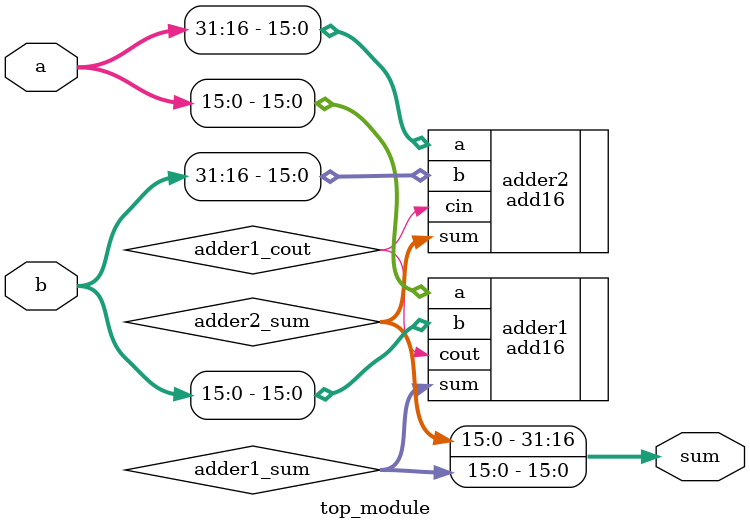
<source format=v>
module top_module(
  input [31:0] a,
  input [31:0] b,
  output [31:0] sum
);

  wire adder1_cout;
  wire [15:0] adder1_sum;
  wire [15:0] adder2_sum;

  add16 adder1(
    .a(a[15:0]),
    .b(b[15:0]),
    .sum(adder1_sum),
    .cout(adder1_cout)
  );

  add16 adder2(
    .a(a[31:16]),
    .b(b[31:16]),
    .cin(adder1_cout),
    .sum(adder2_sum)
  );

  assign sum = { adder2_sum, adder1_sum };



endmodule

</source>
